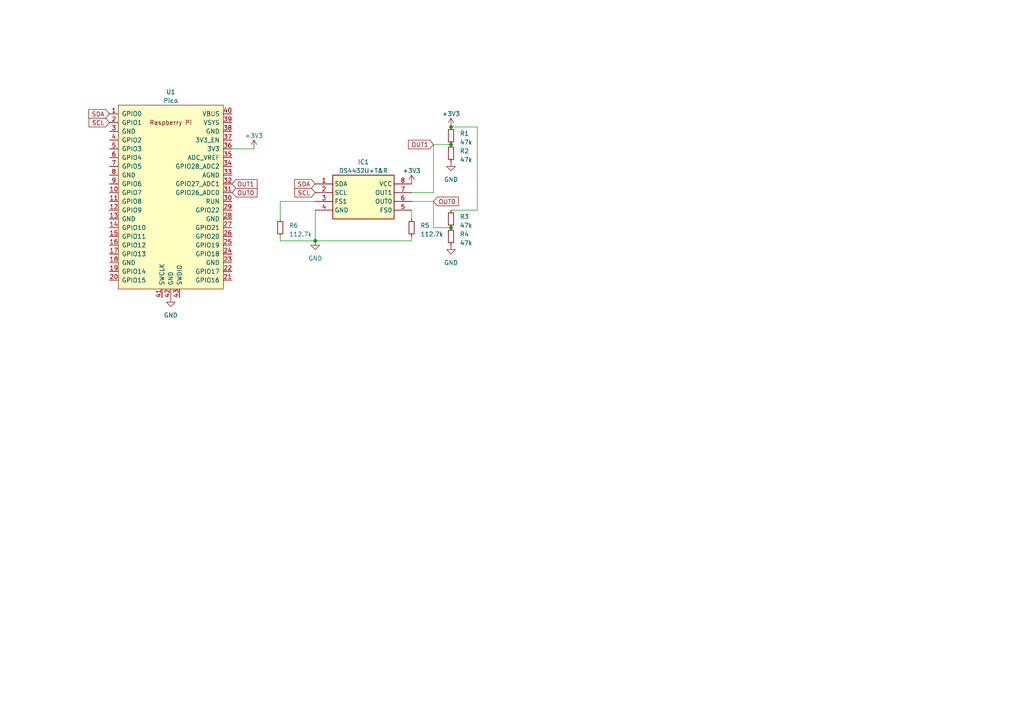
<source format=kicad_sch>
(kicad_sch (version 20230121) (generator eeschema)
  (paper "A4")
  (lib_symbols
    (symbol "DS4432U+T&R:DS4432U+T&R"
      (property "Reference" "IC" (at 24.13 7.62 0))
      (property "Value" "DS4432U+T&R" (at 24.13 5.08 0))
      (symbol "DS4432U+T&R_1_1"
        (rectangle (start 5.08 2.54) (end 22.86 -10.16) (stroke (width 0.254)) (fill (type background)))
        (pin passive line (at 0 0 0) (length 5.08) (name "SDA") (number "1"))
        (pin passive line (at 0 -2.54 0) (length 5.08) (name "SCL") (number "2"))
        (pin passive line (at 0 -5.08 0) (length 5.08) (name "FS1") (number "3"))
        (pin passive line (at 0 -7.62 0) (length 5.08) (name "GND") (number "4"))
        (pin passive line (at 27.94 -7.62 180) (length 5.08) (name "FS0") (number "5"))
        (pin passive line (at 27.94 -5.08 180) (length 5.08) (name "OUT0") (number "6"))
        (pin passive line (at 27.94 -2.54 180) (length 5.08) (name "OUT1") (number "7"))
        (pin passive line (at 27.94 0 180) (length 5.08) (name "VCC") (number "8"))
      )
    )
    (symbol "Device:R_Small" (pin_numbers hide) (pin_names (offset 0.254) hide)
      (property "Reference" "R" (at 0.762 0.508 0))
      (property "Value" "R_Small" (at 0.762 -1.016 0))
      (symbol "R_Small_0_1"
        (rectangle (start -0.762 1.778) (end 0.762 -1.778) (stroke (width 0.2032)))
      )
      (symbol "R_Small_1_1"
        (pin passive line (at 0 2.54 270) (length 0.762) (name "~") (number "1"))
        (pin passive line (at 0 -2.54 90) (length 0.762) (name "~") (number "2"))
      )
    )
    (symbol "RPi_Pico:Pico" (pin_names (offset 1.016))
      (property "Reference" "U" (at -13.97 27.94 0))
      (property "Value" "Pico" (at 0 19.05 0))
      (symbol "Pico_0_0"
        (text "Raspberry Pi" (at 0 21.59 0) (effects (font (size 1.27 1.27))))
      )
      (symbol "Pico_0_1"
        (rectangle (start -15.24 26.67) (end 15.24 -26.67) (fill (type background)))
      )
      (symbol "Pico_1_1"
        (pin bidirectional line (at -17.78 24.13 0) (length 2.54) (name "GPIO0") (number "1"))
        (pin bidirectional line (at -17.78 1.27 0) (length 2.54) (name "GPIO7") (number "10"))
        (pin bidirectional line (at -17.78 -1.27 0) (length 2.54) (name "GPIO8") (number "11"))
        (pin bidirectional line (at -17.78 -3.81 0) (length 2.54) (name "GPIO9") (number "12"))
        (pin power_in line (at -17.78 -6.35 0) (length 2.54) (name "GND") (number "13"))
        (pin bidirectional line (at -17.78 -8.89 0) (length 2.54) (name "GPIO10") (number "14"))
        (pin bidirectional line (at -17.78 -11.43 0) (length 2.54) (name "GPIO11") (number "15"))
        (pin bidirectional line (at -17.78 -13.97 0) (length 2.54) (name "GPIO12") (number "16"))
        (pin bidirectional line (at -17.78 -16.51 0) (length 2.54) (name "GPIO13") (number "17"))
        (pin power_in line (at -17.78 -19.05 0) (length 2.54) (name "GND") (number "18"))
        (pin bidirectional line (at -17.78 -21.59 0) (length 2.54) (name "GPIO14") (number "19"))
        (pin bidirectional line (at -17.78 21.59 0) (length 2.54) (name "GPIO1") (number "2"))
        (pin bidirectional line (at -17.78 -24.13 0) (length 2.54) (name "GPIO15") (number "20"))
        (pin bidirectional line (at 17.78 -24.13 180) (length 2.54) (name "GPIO16") (number "21"))
        (pin bidirectional line (at 17.78 -21.59 180) (length 2.54) (name "GPIO17") (number "22"))
        (pin power_in line (at 17.78 -19.05 180) (length 2.54) (name "GND") (number "23"))
        (pin bidirectional line (at 17.78 -16.51 180) (length 2.54) (name "GPIO18") (number "24"))
        (pin bidirectional line (at 17.78 -13.97 180) (length 2.54) (name "GPIO19") (number "25"))
        (pin bidirectional line (at 17.78 -11.43 180) (length 2.54) (name "GPIO20") (number "26"))
        (pin bidirectional line (at 17.78 -8.89 180) (length 2.54) (name "GPIO21") (number "27"))
        (pin power_in line (at 17.78 -6.35 180) (length 2.54) (name "GND") (number "28"))
        (pin bidirectional line (at 17.78 -3.81 180) (length 2.54) (name "GPIO22") (number "29"))
        (pin power_in line (at -17.78 19.05 0) (length 2.54) (name "GND") (number "3"))
        (pin input line (at 17.78 -1.27 180) (length 2.54) (name "RUN") (number "30"))
        (pin bidirectional line (at 17.78 1.27 180) (length 2.54) (name "GPIO26_ADC0") (number "31"))
        (pin bidirectional line (at 17.78 3.81 180) (length 2.54) (name "GPIO27_ADC1") (number "32"))
        (pin power_in line (at 17.78 6.35 180) (length 2.54) (name "AGND") (number "33"))
        (pin bidirectional line (at 17.78 8.89 180) (length 2.54) (name "GPIO28_ADC2") (number "34"))
        (pin unspecified line (at 17.78 11.43 180) (length 2.54) (name "ADC_VREF") (number "35"))
        (pin unspecified line (at 17.78 13.97 180) (length 2.54) (name "3V3") (number "36"))
        (pin input line (at 17.78 16.51 180) (length 2.54) (name "3V3_EN") (number "37"))
        (pin bidirectional line (at 17.78 19.05 180) (length 2.54) (name "GND") (number "38"))
        (pin unspecified line (at 17.78 21.59 180) (length 2.54) (name "VSYS") (number "39"))
        (pin bidirectional line (at -17.78 16.51 0) (length 2.54) (name "GPIO2") (number "4"))
        (pin unspecified line (at 17.78 24.13 180) (length 2.54) (name "VBUS") (number "40"))
        (pin input line (at -2.54 -29.21 90) (length 2.54) (name "SWCLK") (number "41"))
        (pin power_in line (at 0 -29.21 90) (length 2.54) (name "GND") (number "42"))
        (pin bidirectional line (at 2.54 -29.21 90) (length 2.54) (name "SWDIO") (number "43"))
        (pin bidirectional line (at -17.78 13.97 0) (length 2.54) (name "GPIO3") (number "5"))
        (pin bidirectional line (at -17.78 11.43 0) (length 2.54) (name "GPIO4") (number "6"))
        (pin bidirectional line (at -17.78 8.89 0) (length 2.54) (name "GPIO5") (number "7"))
        (pin power_in line (at -17.78 6.35 0) (length 2.54) (name "GND") (number "8"))
        (pin bidirectional line (at -17.78 3.81 0) (length 2.54) (name "GPIO6") (number "9"))
      )
    )
    (symbol "power:+3V3" (power) (pin_names (offset 0))
      (property "Value" "+3V3" (at 0 3.556 0))
      (symbol "+3V3_0_1"
        (polyline (pts (xy -0.762 1.27) (xy 0 2.54)))
        (polyline (pts (xy 0 0) (xy 0 2.54)))
        (polyline (pts (xy 0 2.54) (xy 0.762 1.27)))
      )
      (symbol "+3V3_1_1"
        (pin power_in line (at 0 0 90) (length 0) hide (name "+3V3") (number "1"))
      )
    )
    (symbol "power:GND" (power) (pin_names (offset 0))
      (property "Value" "GND" (at 0 -3.81 0))
      (symbol "GND_0_1"
        (polyline (pts (xy 0 0) (xy 0 -1.27) (xy 1.27 -1.27) (xy 0 -2.54) (xy -1.27 -1.27) (xy 0 -1.27)))
      )
      (symbol "GND_1_1"
        (pin power_in line (at 0 0 270) (length 0) hide (name "GND") (number "1"))
      )
    )
  )
  (junction (at 130.81 66.04))
  (junction (at 130.81 41.91))
  (junction (at 91.44 69.85))
  (junction (at 130.81 36.83))
  (wire (pts (xy 73.66 43.18) (xy 67.31 43.18)))
  (wire (pts (xy 81.28 58.42) (xy 81.28 63.5)))
  (wire (pts (xy 91.44 58.42) (xy 81.28 58.42)))
  (wire (pts (xy 91.44 69.85) (xy 81.28 69.85)))
  (wire (pts (xy 119.38 58.42) (xy 125.73 58.42)))
  (wire (pts (xy 81.28 69.85) (xy 81.28 68.58)))
  (wire (pts (xy 119.38 63.5) (xy 119.38 60.96)))
  (wire (pts (xy 125.73 58.42) (xy 125.73 66.04)))
  (wire (pts (xy 119.38 69.85) (xy 119.38 68.58)))
  (wire (pts (xy 91.44 69.85) (xy 119.38 69.85)))
  (wire (pts (xy 138.43 36.83) (xy 130.81 36.83)))
  (wire (pts (xy 125.73 55.88) (xy 125.73 41.91)))
  (wire (pts (xy 91.44 60.96) (xy 91.44 69.85)))
  (wire (pts (xy 138.43 60.96) (xy 130.81 60.96)))
  (wire (pts (xy 119.38 55.88) (xy 125.73 55.88)))
  (wire (pts (xy 125.73 66.04) (xy 130.81 66.04)))
  (wire (pts (xy 125.73 41.91) (xy 130.81 41.91)))
  (wire (pts (xy 138.43 36.83) (xy 138.43 60.96)))
  (global_label "SCL" (shape input) (at 31.75 35.56 180) (property "Intersheetrefs" "${INTERSHEET_REFS}" (effects hide)))
  (global_label "OUT1" (shape input) (at 67.31 53.34 0) (property "Intersheetrefs" "${INTERSHEET_REFS}" (effects hide)))
  (global_label "OUT1" (shape input) (at 125.73 41.91 180) (property "Intersheetrefs" "${INTERSHEET_REFS}" (effects hide)))
  (global_label "OUT0" (shape input) (at 125.73 58.42 0) (property "Intersheetrefs" "${INTERSHEET_REFS}" (effects hide)))
  (global_label "OUT0" (shape input) (at 67.31 55.88 0) (property "Intersheetrefs" "${INTERSHEET_REFS}" (effects hide)))
  (global_label "SDA" (shape input) (at 31.75 33.02 180) (property "Intersheetrefs" "${INTERSHEET_REFS}" (effects hide)))
  (global_label "SDA" (shape input) (at 91.44 53.34 180) (property "Intersheetrefs" "${INTERSHEET_REFS}" (effects hide)))
  (global_label "SCL" (shape input) (at 91.44 55.88 180) (property "Intersheetrefs" "${INTERSHEET_REFS}" (effects hide)))
  (symbol (lib_id "power:+3V3") (at 73.66 43.18 0) (unit 1)
    (property "Reference" "#PWR06" (effects hide))
    (property "Value" "+3V3" (at 73.66 39.37 0))
  )
  (symbol (lib_id "Device:R_Small") (at 130.81 68.58 0) (unit 1)
    (property "Reference" "R4" (at 133.35 67.945 0) (effects (justify left)))
    (property "Value" "47k" (at 133.35 70.485 0) (effects (justify left)))
  )
  (symbol (lib_id "power:+3V3") (at 119.38 53.34 0) (unit 1)
    (property "Reference" "#PWR05" (effects hide))
    (property "Value" "+3V3" (at 119.38 49.53 0))
  )
  (symbol (lib_id "Device:R_Small") (at 119.38 66.04 0) (unit 1)
    (property "Reference" "R5" (at 121.92 65.405 0) (effects (justify left)))
    (property "Value" "112.7k" (at 121.92 67.945 0) (effects (justify left)))
  )
  (symbol (lib_id "Device:R_Small") (at 81.28 66.04 0) (unit 1)
    (property "Reference" "R6" (at 83.82 65.405 0) (effects (justify left)))
    (property "Value" "112.7k" (at 83.82 67.945 0) (effects (justify left)))
  )
  (symbol (lib_id "power:+3V3") (at 130.81 36.83 0) (unit 1)
    (property "Reference" "#PWR01" (effects hide))
    (property "Value" "+3V3" (at 130.81 33.02 0))
  )
  (symbol (lib_id "power:GND") (at 130.81 71.12 0) (unit 1)
    (property "Reference" "#PWR03" (effects hide))
    (property "Value" "GND" (at 130.81 76.2 0))
  )
  (symbol (lib_id "Device:R_Small") (at 130.81 44.45 0) (unit 1)
    (property "Reference" "R2" (at 133.35 43.815 0) (effects (justify left)))
    (property "Value" "47k" (at 133.35 46.355 0) (effects (justify left)))
  )
  (symbol (lib_id "DS4432U+T&R:DS4432U+T&R") (at 91.44 53.34 0) (unit 1)
    (property "Reference" "IC1" (at 105.41 46.99 0))
    (property "Value" "DS4432U+T&R" (at 105.41 49.53 0))
    (property "Footprint" "SOP65P490X110-8N" (effects hide))
    (property "Datasheet" "https://pdfserv.maximintegrated.com/en/ds/DS4432.pdf" (effects hide))
    (property "Height" "1.1" (effects hide))
    (property "Mouser Part Number" "700-DS4432UT&R" (effects hide))
    (property "Mouser Price/Stock" "https://www.mouser.co.uk/ProductDetail/Maxim-Integrated/DS4432U%2bTR?qs=wTZ%2FFzl837aX6EFuE2M5uA%3D%3D" (effects hide))
    (property "Manufacturer_Name" "Analog Devices" (effects hide))
    (property "Manufacturer_Part_Number" "DS4432U+T&R" (effects hide))
  )
  (symbol (lib_id "RPi_Pico:Pico") (at 49.53 57.15 0) (unit 1)
    (property "Reference" "U1" (at 49.53 26.67 0))
    (property "Value" "Pico" (at 49.53 29.21 0))
    (property "Footprint" "RPi_Pico:RPi_Pico_SMD_TH" (effects hide))
  )
  (symbol (lib_id "Device:R_Small") (at 130.81 39.37 0) (unit 1)
    (property "Reference" "R1" (at 133.35 38.735 0) (effects (justify left)))
    (property "Value" "47k" (at 133.35 41.275 0) (effects (justify left)))
  )
  (symbol (lib_id "power:GND") (at 130.81 46.99 0) (unit 1)
    (property "Reference" "#PWR02" (effects hide))
    (property "Value" "GND" (at 130.81 52.07 0))
  )
  (symbol (lib_id "power:GND") (at 91.44 69.85 0) (unit 1)
    (property "Reference" "#PWR04" (effects hide))
    (property "Value" "GND" (at 91.44 74.93 0))
  )
  (symbol (lib_id "Device:R_Small") (at 130.81 63.5 0) (unit 1)
    (property "Reference" "R3" (at 133.35 62.865 0) (effects (justify left)))
    (property "Value" "47k" (at 133.35 65.405 0) (effects (justify left)))
  )
  (symbol (lib_id "power:GND") (at 49.53 86.36 0) (unit 1)
    (property "Reference" "#PWR07" (effects hide))
    (property "Value" "GND" (at 49.53 91.44 0))
  )
)
</source>
